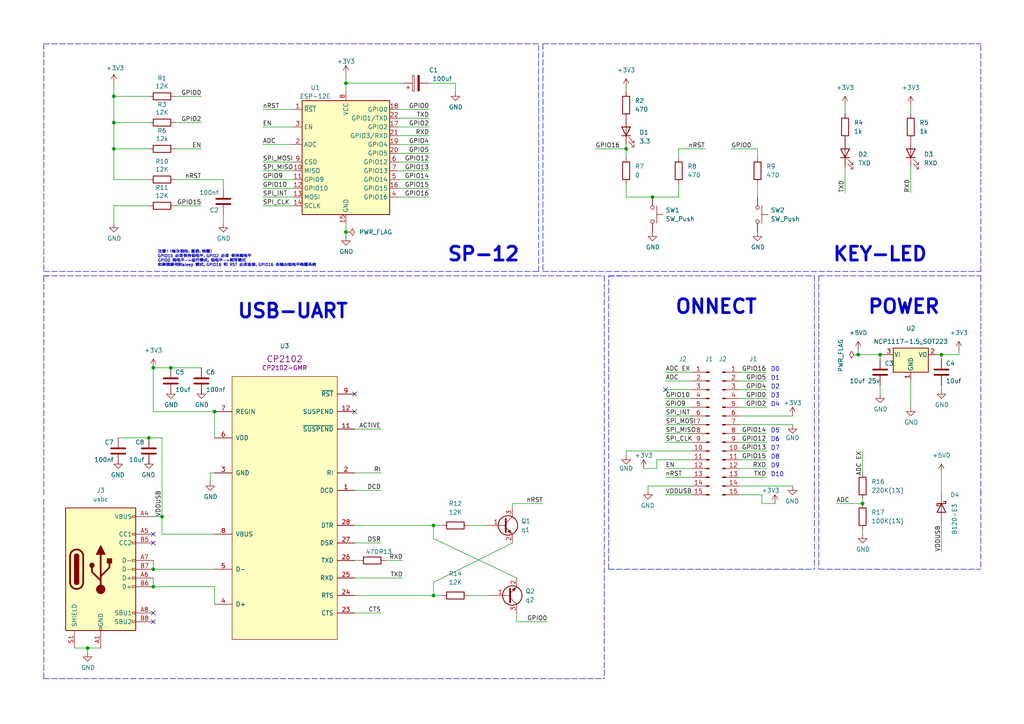
<source format=kicad_sch>
(kicad_sch (version 20211123) (generator eeschema)
  (paper "A4")
  (lib_symbols
    (symbol "Connector:Conn_01x15_Male" (pin_names (offset 1.016) hide)
      (property "Reference" "J" (at 0 20.32 0))
      (property "Value" "Conn_01x15_Male" (at 0 -20.32 0))
      (symbol "Conn_01x15_Male_1_1"
        (polyline (pts (xy 1.27 -17.78) (xy 0.8636 -17.78)) (stroke (width 0.1524)))
        (polyline (pts (xy 1.27 -15.24) (xy 0.8636 -15.24)) (stroke (width 0.1524)))
        (polyline (pts (xy 1.27 -12.7) (xy 0.8636 -12.7)) (stroke (width 0.1524)))
        (polyline (pts (xy 1.27 -10.16) (xy 0.8636 -10.16)) (stroke (width 0.1524)))
        (polyline (pts (xy 1.27 -7.62) (xy 0.8636 -7.62)) (stroke (width 0.1524)))
        (polyline (pts (xy 1.27 -5.08) (xy 0.8636 -5.08)) (stroke (width 0.1524)))
        (polyline (pts (xy 1.27 -2.54) (xy 0.8636 -2.54)) (stroke (width 0.1524)))
        (polyline (pts (xy 1.27 0) (xy 0.8636 0)) (stroke (width 0.1524)))
        (polyline (pts (xy 1.27 2.54) (xy 0.8636 2.54)) (stroke (width 0.1524)))
        (polyline (pts (xy 1.27 5.08) (xy 0.8636 5.08)) (stroke (width 0.1524)))
        (polyline (pts (xy 1.27 7.62) (xy 0.8636 7.62)) (stroke (width 0.1524)))
        (polyline (pts (xy 1.27 10.16) (xy 0.8636 10.16)) (stroke (width 0.1524)))
        (polyline (pts (xy 1.27 12.7) (xy 0.8636 12.7)) (stroke (width 0.1524)))
        (polyline (pts (xy 1.27 15.24) (xy 0.8636 15.24)) (stroke (width 0.1524)))
        (polyline (pts (xy 1.27 17.78) (xy 0.8636 17.78)) (stroke (width 0.1524)))
        (rectangle (start 0.8636 -17.653) (end 0 -17.907) (stroke (width 0.1524)) (fill (type outline)))
        (rectangle (start 0.8636 -15.113) (end 0 -15.367) (stroke (width 0.1524)) (fill (type outline)))
        (rectangle (start 0.8636 -12.573) (end 0 -12.827) (stroke (width 0.1524)) (fill (type outline)))
        (rectangle (start 0.8636 -10.033) (end 0 -10.287) (stroke (width 0.1524)) (fill (type outline)))
        (rectangle (start 0.8636 -7.493) (end 0 -7.747) (stroke (width 0.1524)) (fill (type outline)))
        (rectangle (start 0.8636 -4.953) (end 0 -5.207) (stroke (width 0.1524)) (fill (type outline)))
        (rectangle (start 0.8636 -2.413) (end 0 -2.667) (stroke (width 0.1524)) (fill (type outline)))
        (rectangle (start 0.8636 0.127) (end 0 -0.127) (stroke (width 0.1524)) (fill (type outline)))
        (rectangle (start 0.8636 2.667) (end 0 2.413) (stroke (width 0.1524)) (fill (type outline)))
        (rectangle (start 0.8636 5.207) (end 0 4.953) (stroke (width 0.1524)) (fill (type outline)))
        (rectangle (start 0.8636 7.747) (end 0 7.493) (stroke (width 0.1524)) (fill (type outline)))
        (rectangle (start 0.8636 10.287) (end 0 10.033) (stroke (width 0.1524)) (fill (type outline)))
        (rectangle (start 0.8636 12.827) (end 0 12.573) (stroke (width 0.1524)) (fill (type outline)))
        (rectangle (start 0.8636 15.367) (end 0 15.113) (stroke (width 0.1524)) (fill (type outline)))
        (rectangle (start 0.8636 17.907) (end 0 17.653) (stroke (width 0.1524)) (fill (type outline)))
        (pin passive line (at 5.08 17.78 180) (length 3.81) (name "Pin_1") (number "1"))
        (pin passive line (at 5.08 -5.08 180) (length 3.81) (name "Pin_10") (number "10"))
        (pin passive line (at 5.08 -7.62 180) (length 3.81) (name "Pin_11") (number "11"))
        (pin passive line (at 5.08 -10.16 180) (length 3.81) (name "Pin_12") (number "12"))
        (pin passive line (at 5.08 -12.7 180) (length 3.81) (name "Pin_13") (number "13"))
        (pin passive line (at 5.08 -15.24 180) (length 3.81) (name "Pin_14") (number "14"))
        (pin passive line (at 5.08 -17.78 180) (length 3.81) (name "Pin_15") (number "15"))
        (pin passive line (at 5.08 15.24 180) (length 3.81) (name "Pin_2") (number "2"))
        (pin passive line (at 5.08 12.7 180) (length 3.81) (name "Pin_3") (number "3"))
        (pin passive line (at 5.08 10.16 180) (length 3.81) (name "Pin_4") (number "4"))
        (pin passive line (at 5.08 7.62 180) (length 3.81) (name "Pin_5") (number "5"))
        (pin passive line (at 5.08 5.08 180) (length 3.81) (name "Pin_6") (number "6"))
        (pin passive line (at 5.08 2.54 180) (length 3.81) (name "Pin_7") (number "7"))
        (pin passive line (at 5.08 0 180) (length 3.81) (name "Pin_8") (number "8"))
        (pin passive line (at 5.08 -2.54 180) (length 3.81) (name "Pin_9") (number "9"))
      )
    )
    (symbol "Connector:USB_C_Receptacle_USB2.0" (pin_names (offset 1.016))
      (property "Reference" "J" (at -10.16 19.05 0))
      (property "Value" "USB_C_Receptacle_USB2.0" (at 19.05 19.05 0))
      (symbol "USB_C_Receptacle_USB2.0_0_0"
        (rectangle (start -0.254 -17.78) (end 0.254 -16.764))
        (rectangle (start 10.16 -14.986) (end 9.144 -15.494))
        (rectangle (start 10.16 -12.446) (end 9.144 -12.954))
        (rectangle (start 10.16 -4.826) (end 9.144 -5.334))
        (rectangle (start 10.16 -2.286) (end 9.144 -2.794))
        (rectangle (start 10.16 0.254) (end 9.144 -0.254))
        (rectangle (start 10.16 2.794) (end 9.144 2.286))
        (rectangle (start 10.16 7.874) (end 9.144 7.366))
        (rectangle (start 10.16 10.414) (end 9.144 9.906))
        (rectangle (start 10.16 15.494) (end 9.144 14.986))
      )
      (symbol "USB_C_Receptacle_USB2.0_0_1"
        (rectangle (start -10.16 17.78) (end 10.16 -17.78) (stroke (width 0.254)) (fill (type background)))
        (arc (start -8.89 -3.81) (mid -6.985 -5.715) (end -5.08 -3.81) (stroke (width 0.508)))
        (arc (start -7.62 -3.81) (mid -6.985 -4.445) (end -6.35 -3.81) (stroke (width 0.254)))
        (arc (start -7.62 -3.81) (mid -6.985 -4.445) (end -6.35 -3.81) (stroke (width 0.254)) (fill (type outline)))
        (rectangle (start -7.62 -3.81) (end -6.35 3.81) (stroke (width 0.254)) (fill (type outline)))
        (arc (start -6.35 3.81) (mid -6.985 4.445) (end -7.62 3.81) (stroke (width 0.254)))
        (arc (start -6.35 3.81) (mid -6.985 4.445) (end -7.62 3.81) (stroke (width 0.254)) (fill (type outline)))
        (arc (start -5.08 3.81) (mid -6.985 5.715) (end -8.89 3.81) (stroke (width 0.508)))
        (circle (center -2.54 1.143) (radius 0.635) (stroke (width 0.254)) (fill (type outline)))
        (circle (center 0 -5.842) (radius 1.27) (fill (type outline)))
        (polyline (pts (xy -8.89 -3.81) (xy -8.89 3.81)) (stroke (width 0.508)))
        (polyline (pts (xy -5.08 3.81) (xy -5.08 -3.81)) (stroke (width 0.508)))
        (polyline (pts (xy 0 -5.842) (xy 0 4.318)) (stroke (width 0.508)))
        (polyline (pts (xy 0 -3.302) (xy -2.54 -0.762) (xy -2.54 0.508)) (stroke (width 0.508)))
        (polyline (pts (xy 0 -2.032) (xy 2.54 0.508) (xy 2.54 1.778)) (stroke (width 0.508)))
        (polyline (pts (xy -1.27 4.318) (xy 0 6.858) (xy 1.27 4.318) (xy -1.27 4.318)) (stroke (width 0.254)) (fill (type outline)))
        (rectangle (start 1.905 1.778) (end 3.175 3.048) (stroke (width 0.254)) (fill (type outline)))
      )
      (symbol "USB_C_Receptacle_USB2.0_1_1"
        (pin passive line (at 0 -22.86 90) (length 5.08) (name "GND") (number "A1"))
        (pin passive line (at 0 -22.86 90) (length 5.08) hide (name "GND") (number "A12"))
        (pin passive line (at 15.24 15.24 180) (length 5.08) (name "VBUS") (number "A4"))
        (pin bidirectional line (at 15.24 10.16 180) (length 5.08) (name "CC1") (number "A5"))
        (pin bidirectional line (at 15.24 -2.54 180) (length 5.08) (name "D+") (number "A6"))
        (pin bidirectional line (at 15.24 2.54 180) (length 5.08) (name "D-") (number "A7"))
        (pin bidirectional line (at 15.24 -12.7 180) (length 5.08) (name "SBU1") (number "A8"))
        (pin passive line (at 15.24 15.24 180) (length 5.08) hide (name "VBUS") (number "A9"))
        (pin passive line (at 0 -22.86 90) (length 5.08) hide (name "GND") (number "B1"))
        (pin passive line (at 0 -22.86 90) (length 5.08) hide (name "GND") (number "B12"))
        (pin passive line (at 15.24 15.24 180) (length 5.08) hide (name "VBUS") (number "B4"))
        (pin bidirectional line (at 15.24 7.62 180) (length 5.08) (name "CC2") (number "B5"))
        (pin bidirectional line (at 15.24 -5.08 180) (length 5.08) (name "D+") (number "B6"))
        (pin bidirectional line (at 15.24 0 180) (length 5.08) (name "D-") (number "B7"))
        (pin bidirectional line (at 15.24 -15.24 180) (length 5.08) (name "SBU2") (number "B8"))
        (pin passive line (at 15.24 15.24 180) (length 5.08) hide (name "VBUS") (number "B9"))
        (pin passive line (at -7.62 -22.86 90) (length 5.08) (name "SHIELD") (number "S1"))
      )
    )
    (symbol "Device:C" (pin_numbers hide) (pin_names (offset 0.254))
      (property "Reference" "C" (at 0.635 2.54 0))
      (property "Value" "C" (at 0.635 -2.54 0))
      (symbol "C_0_1"
        (polyline (pts (xy -2.032 -0.762) (xy 2.032 -0.762)) (stroke (width 0.508)))
        (polyline (pts (xy -2.032 0.762) (xy 2.032 0.762)) (stroke (width 0.508)))
      )
      (symbol "C_1_1"
        (pin passive line (at 0 3.81 270) (length 2.794) (name "~") (number "1"))
        (pin passive line (at 0 -3.81 90) (length 2.794) (name "~") (number "2"))
      )
    )
    (symbol "Device:C_Polarized" (pin_numbers hide) (pin_names (offset 0.254))
      (property "Reference" "C" (at 0.635 2.54 0))
      (property "Value" "C_Polarized" (at 0.635 -2.54 0))
      (symbol "C_Polarized_0_1"
        (rectangle (start -2.286 0.508) (end 2.286 1.016))
        (polyline (pts (xy -1.778 2.286) (xy -0.762 2.286)))
        (polyline (pts (xy -1.27 2.794) (xy -1.27 1.778)))
        (rectangle (start 2.286 -0.508) (end -2.286 -1.016) (fill (type outline)))
      )
      (symbol "C_Polarized_1_1"
        (pin passive line (at 0 3.81 270) (length 2.794) (name "~") (number "1"))
        (pin passive line (at 0 -3.81 90) (length 2.794) (name "~") (number "2"))
      )
    )
    (symbol "Device:LED" (pin_numbers hide) (pin_names (offset 1.016) hide)
      (property "Reference" "D" (at 0 2.54 0))
      (property "Value" "LED" (at 0 -2.54 0))
      (symbol "LED_0_1"
        (polyline (pts (xy -1.27 -1.27) (xy -1.27 1.27)) (stroke (width 0.254)))
        (polyline (pts (xy -1.27 0) (xy 1.27 0)))
        (polyline (pts (xy 1.27 -1.27) (xy 1.27 1.27) (xy -1.27 0) (xy 1.27 -1.27)) (stroke (width 0.254)))
        (polyline (pts (xy -3.048 -0.762) (xy -4.572 -2.286) (xy -3.81 -2.286) (xy -4.572 -2.286) (xy -4.572 -1.524)))
        (polyline (pts (xy -1.778 -0.762) (xy -3.302 -2.286) (xy -2.54 -2.286) (xy -3.302 -2.286) (xy -3.302 -1.524)))
      )
      (symbol "LED_1_1"
        (pin passive line (at -3.81 0 0) (length 2.54) (name "K") (number "1"))
        (pin passive line (at 3.81 0 180) (length 2.54) (name "A") (number "2"))
      )
    )
    (symbol "Device:Q_NPN_BEC" (pin_names (offset 0) hide)
      (property "Reference" "Q" (at 5.08 1.27 0))
      (property "Value" "Q_NPN_BEC" (at 5.08 -1.27 0))
      (symbol "Q_NPN_BEC_0_1"
        (polyline (pts (xy 0.635 0.635) (xy 2.54 2.54)))
        (polyline (pts (xy 0.635 -0.635) (xy 2.54 -2.54) (xy 2.54 -2.54)))
        (polyline (pts (xy 0.635 1.905) (xy 0.635 -1.905) (xy 0.635 -1.905)) (stroke (width 0.508)))
        (polyline (pts (xy 1.27 -1.778) (xy 1.778 -1.27) (xy 2.286 -2.286) (xy 1.27 -1.778) (xy 1.27 -1.778)) (fill (type outline)))
        (circle (center 1.27 0) (radius 2.8194) (stroke (width 0.254)))
      )
      (symbol "Q_NPN_BEC_1_1"
        (pin input line (at -5.08 0 0) (length 5.715) (name "B") (number "1"))
        (pin passive line (at 2.54 -5.08 90) (length 2.54) (name "E") (number "2"))
        (pin passive line (at 2.54 5.08 270) (length 2.54) (name "C") (number "3"))
      )
    )
    (symbol "Device:R" (pin_numbers hide) (pin_names (offset 0))
      (property "Reference" "R" (at 2.032 0 90))
      (property "Value" "R" (at 0 0 90))
      (symbol "R_0_1"
        (rectangle (start -1.016 -2.54) (end 1.016 2.54) (stroke (width 0.254)))
      )
      (symbol "R_1_1"
        (pin passive line (at 0 3.81 270) (length 1.27) (name "~") (number "1"))
        (pin passive line (at 0 -3.81 90) (length 1.27) (name "~") (number "2"))
      )
    )
    (symbol "Diode:B120-E3" (pin_numbers hide) (pin_names hide)
      (property "Reference" "D" (at 0 2.54 0))
      (property "Value" "B120-E3" (at 0 -2.54 0))
      (symbol "B120-E3_0_1"
        (polyline (pts (xy 1.27 0) (xy -1.27 0)))
        (polyline (pts (xy 1.27 1.27) (xy 1.27 -1.27) (xy -1.27 0) (xy 1.27 1.27)) (stroke (width 0.254)))
        (polyline (pts (xy -1.905 0.635) (xy -1.905 1.27) (xy -1.27 1.27) (xy -1.27 -1.27) (xy -0.635 -1.27) (xy -0.635 -0.635)) (stroke (width 0.254)))
      )
      (symbol "B120-E3_1_1"
        (pin passive line (at -3.81 0 0) (length 2.54) (name "K") (number "1"))
        (pin passive line (at 3.81 0 180) (length 2.54) (name "A") (number "2"))
      )
    )
    (symbol "RF_Module:ESP-12E"
      (property "Reference" "U" (at -12.7 19.05 0))
      (property "Value" "ESP-12E" (at 12.7 19.05 0))
      (symbol "ESP-12E_0_1"
        (rectangle (start -12.7 17.78) (end 12.7 -15.24) (stroke (width 0.254)) (fill (type background)))
      )
      (symbol "ESP-12E_1_1"
        (pin input line (at -15.24 15.24 0) (length 2.54) (name "~{RST}") (number "1"))
        (pin bidirectional line (at -15.24 -2.54 0) (length 2.54) (name "MISO") (number "10"))
        (pin bidirectional line (at -15.24 -5.08 0) (length 2.54) (name "GPIO9") (number "11"))
        (pin bidirectional line (at -15.24 -7.62 0) (length 2.54) (name "GPIO10") (number "12"))
        (pin bidirectional line (at -15.24 -10.16 0) (length 2.54) (name "MOSI") (number "13"))
        (pin bidirectional line (at -15.24 -12.7 0) (length 2.54) (name "SCLK") (number "14"))
        (pin power_in line (at 0 -17.78 90) (length 2.54) (name "GND") (number "15"))
        (pin bidirectional line (at 15.24 -7.62 180) (length 2.54) (name "GPIO15") (number "16"))
        (pin bidirectional line (at 15.24 10.16 180) (length 2.54) (name "GPIO2") (number "17"))
        (pin bidirectional line (at 15.24 15.24 180) (length 2.54) (name "GPIO0") (number "18"))
        (pin bidirectional line (at 15.24 5.08 180) (length 2.54) (name "GPIO4") (number "19"))
        (pin input line (at -15.24 5.08 0) (length 2.54) (name "ADC") (number "2"))
        (pin bidirectional line (at 15.24 2.54 180) (length 2.54) (name "GPIO5") (number "20"))
        (pin bidirectional line (at 15.24 7.62 180) (length 2.54) (name "GPIO3/RXD") (number "21"))
        (pin bidirectional line (at 15.24 12.7 180) (length 2.54) (name "GPIO1/TXD") (number "22"))
        (pin input line (at -15.24 10.16 0) (length 2.54) (name "EN") (number "3"))
        (pin bidirectional line (at 15.24 -10.16 180) (length 2.54) (name "GPIO16") (number "4"))
        (pin bidirectional line (at 15.24 -5.08 180) (length 2.54) (name "GPIO14") (number "5"))
        (pin bidirectional line (at 15.24 0 180) (length 2.54) (name "GPIO12") (number "6"))
        (pin bidirectional line (at 15.24 -2.54 180) (length 2.54) (name "GPIO13") (number "7"))
        (pin power_in line (at 0 20.32 270) (length 2.54) (name "VCC") (number "8"))
        (pin input line (at -15.24 0 0) (length 2.54) (name "CS0") (number "9"))
      )
    )
    (symbol "Regulator_Linear:NCP1117-1.5_SOT223" (pin_names (offset 0.254))
      (property "Reference" "U" (at -3.81 3.175 0))
      (property "Value" "NCP1117-1.5_SOT223" (at 0 3.175 0))
      (symbol "NCP1117-1.5_SOT223_0_1"
        (rectangle (start -5.08 -5.08) (end 5.08 1.905) (stroke (width 0.254)) (fill (type background)))
      )
      (symbol "NCP1117-1.5_SOT223_1_1"
        (pin power_in line (at 0 -7.62 90) (length 2.54) (name "GND") (number "1"))
        (pin power_out line (at 7.62 0 180) (length 2.54) (name "VO") (number "2"))
        (pin power_in line (at -7.62 0 0) (length 2.54) (name "VI") (number "3"))
      )
    )
    (symbol "Switch:SW_Push" (pin_numbers hide) (pin_names (offset 1.016) hide)
      (property "Reference" "SW" (at 1.27 2.54 0))
      (property "Value" "SW_Push" (at 0 -1.524 0))
      (symbol "SW_Push_0_1"
        (circle (center -2.032 0) (radius 0.508))
        (polyline (pts (xy 0 1.27) (xy 0 3.048)))
        (polyline (pts (xy 2.54 1.27) (xy -2.54 1.27)))
        (circle (center 2.032 0) (radius 0.508))
        (pin passive line (at -5.08 0 0) (length 2.54) (name "1") (number "1"))
        (pin passive line (at 5.08 0 180) (length 2.54) (name "2") (number "2"))
      )
    )
    (symbol "lc_IC:CP2102-GMR_[C6568]" (pin_names (offset 1.016))
      (property "Reference" "U" (at -5.08 34.29 0))
      (property "user" "CP2102" (at 10.16 -5.08 0))
      (property "Comment" "CP2102-GMR" (at -1.27 34.29 0))
      (symbol "CP2102-GMR_[C6568]_1_1"
        (rectangle (start 0 -43.18) (end 30.48 33.02) (fill (type background)))
        (pin passive line (at 35.56 0 180) (length 5.08) (name "DCD") (number "1"))
        (pin passive line (at 35.56 17.78 180) (length 5.08) (name "~{SUSPEND}") (number "11"))
        (pin passive line (at 35.56 22.86 180) (length 5.08) (name "SUSPEND") (number "12"))
        (pin passive line (at 35.56 5.08 180) (length 5.08) (name "RI") (number "2"))
        (pin passive line (at 35.56 -35.56 180) (length 5.08) (name "CTS") (number "23"))
        (pin passive line (at 35.56 -30.48 180) (length 5.08) (name "RTS") (number "24"))
        (pin passive line (at 35.56 -25.4 180) (length 5.08) (name "RXD") (number "25"))
        (pin passive line (at 35.56 -20.32 180) (length 5.08) (name "TXD") (number "26"))
        (pin passive line (at 35.56 -15.24 180) (length 5.08) (name "DSR") (number "27"))
        (pin passive line (at 35.56 -10.16 180) (length 5.08) (name "DTR") (number "28"))
        (pin passive line (at -5.08 5.08 0) (length 5.08) (name "GND") (number "3"))
        (pin passive line (at -5.08 -33.02 0) (length 5.08) (name "D+") (number "4"))
        (pin passive line (at -5.08 -22.86 0) (length 5.08) (name "D-") (number "5"))
        (pin passive line (at -5.08 15.24 0) (length 5.08) (name "VDD") (number "6"))
        (pin passive line (at -5.08 22.86 0) (length 5.08) (name "REGIN") (number "7"))
        (pin passive line (at -5.08 -12.7 0) (length 5.08) (name "VBUS") (number "8"))
        (pin passive line (at 35.56 27.94 180) (length 5.08) (name "~{RST}") (number "9"))
      )
    )
    (symbol "power:+3V3" (power) (pin_names (offset 0))
      (property "Value" "+3V3" (at 0 3.556 0))
      (symbol "+3V3_0_1"
        (polyline (pts (xy -0.762 1.27) (xy 0 2.54)))
        (polyline (pts (xy 0 0) (xy 0 2.54)))
        (polyline (pts (xy 0 2.54) (xy 0.762 1.27)))
      )
      (symbol "+3V3_1_1"
        (pin power_in line (at 0 0 90) (length 0) hide (name "+3V3") (number "1"))
      )
    )
    (symbol "power:+5VD" (power) (pin_names (offset 0))
      (property "Value" "+5VD" (at 0 3.556 0))
      (symbol "+5VD_0_1"
        (polyline (pts (xy -0.762 1.27) (xy 0 2.54)))
        (polyline (pts (xy 0 0) (xy 0 2.54)))
        (polyline (pts (xy 0 2.54) (xy 0.762 1.27)))
      )
      (symbol "+5VD_1_1"
        (pin power_in line (at 0 0 90) (length 0) hide (name "+5VD") (number "1"))
      )
    )
    (symbol "power:GND" (power) (pin_names (offset 0))
      (property "Value" "GND" (at 0 -3.81 0))
      (symbol "GND_0_1"
        (polyline (pts (xy 0 0) (xy 0 -1.27) (xy 1.27 -1.27) (xy 0 -2.54) (xy -1.27 -1.27) (xy 0 -1.27)))
      )
      (symbol "GND_1_1"
        (pin power_in line (at 0 0 270) (length 0) hide (name "GND") (number "1"))
      )
    )
    (symbol "power:PWR_FLAG" (power) (pin_numbers hide) (pin_names (offset 0) hide)
      (property "Value" "PWR_FLAG" (at 0 3.81 0))
      (symbol "PWR_FLAG_0_0"
        (pin power_out line (at 0 0 90) (length 0) (name "pwr") (number "1"))
      )
      (symbol "PWR_FLAG_0_1"
        (polyline (pts (xy 0 0) (xy 0 1.27) (xy -1.016 1.905) (xy 0 2.54) (xy 1.016 1.905) (xy 0 1.27)))
      )
    )
  )
  (junction (at 273.05 102.87))
  (junction (at 100.33 24.13))
  (junction (at 125.73 172.72))
  (junction (at 125.73 152.4))
  (junction (at 46.99 149.86))
  (junction (at 43.18 127))
  (junction (at 255.27 102.87))
  (junction (at 33.02 27.94))
  (junction (at 44.45 106.68))
  (junction (at 44.45 165.1))
  (junction (at 33.02 43.18))
  (junction (at 189.23 57.15))
  (junction (at 181.61 43.18))
  (junction (at 49.53 106.68))
  (junction (at 25.4 187.96))
  (junction (at 250.19 146.05))
  (junction (at 33.02 35.56))
  (junction (at 100.33 67.31))
  (junction (at 248.92 102.87))
  (junction (at 62.23 119.38))
  (junction (at 44.45 170.18))
  (no_connect (at 44.45 180.34))
  (no_connect (at 102.87 114.3))
  (no_connect (at 44.45 157.48))
  (no_connect (at 44.45 177.8))
  (no_connect (at 44.45 154.94))
  (no_connect (at 102.87 119.38))
  (no_connect (at 193.04 113.03))
  (wire (pts (xy 76.2 57.15) (xy 85.09 57.15)))
  (wire (pts (xy 196.85 57.15) (xy 189.23 57.15)))
  (wire (pts (xy 46.99 127) (xy 46.99 149.86)))
  (polyline (pts (xy 176.53 80.01) (xy 236.22 80.01)))
  (wire (pts (xy 102.87 167.64) (xy 116.84 167.64)))
  (wire (pts (xy 46.99 149.86) (xy 46.99 154.94)))
  (wire (pts (xy 245.11 30.48) (xy 245.11 33.02)))
  (wire (pts (xy 115.57 41.91) (xy 124.46 41.91)))
  (wire (pts (xy 181.61 25.4) (xy 181.61 26.67)))
  (wire (pts (xy 85.09 36.83) (xy 76.2 36.83)))
  (wire (pts (xy 193.04 120.65) (xy 200.66 120.65)))
  (wire (pts (xy 102.87 157.48) (xy 110.49 157.48)))
  (wire (pts (xy 33.02 43.18) (xy 43.18 43.18)))
  (wire (pts (xy 102.87 172.72) (xy 125.73 172.72)))
  (wire (pts (xy 100.33 21.59) (xy 100.33 24.13)))
  (wire (pts (xy 76.2 49.53) (xy 85.09 49.53)))
  (wire (pts (xy 115.57 49.53) (xy 124.46 49.53)))
  (polyline (pts (xy 284.48 80.01) (xy 284.48 143.51)))
  (wire (pts (xy 193.04 113.03) (xy 200.66 113.03)))
  (wire (pts (xy 222.25 138.43) (xy 214.63 138.43)))
  (wire (pts (xy 200.66 133.35) (xy 190.5 133.35)))
  (wire (pts (xy 273.05 111.76) (xy 273.05 113.03)))
  (wire (pts (xy 248.92 101.6) (xy 248.92 102.87)))
  (wire (pts (xy 33.02 27.94) (xy 33.02 35.56)))
  (wire (pts (xy 190.5 135.89) (xy 186.69 135.89)))
  (wire (pts (xy 102.87 177.8) (xy 110.49 177.8)))
  (wire (pts (xy 115.57 57.15) (xy 124.46 57.15)))
  (wire (pts (xy 214.63 140.97) (xy 229.87 140.97)))
  (wire (pts (xy 115.57 46.99) (xy 124.46 46.99)))
  (wire (pts (xy 220.98 146.05) (xy 224.79 146.05)))
  (polyline (pts (xy 157.48 12.7) (xy 157.48 78.74)))
  (wire (pts (xy 25.4 189.23) (xy 25.4 187.96)))
  (wire (pts (xy 196.85 45.72) (xy 196.85 43.18)))
  (wire (pts (xy 193.04 110.49) (xy 200.66 110.49)))
  (wire (pts (xy 44.45 106.68) (xy 44.45 119.38)))
  (wire (pts (xy 181.61 53.34) (xy 181.61 57.15)))
  (polyline (pts (xy 237.49 80.01) (xy 237.49 165.1)))
  (wire (pts (xy 115.57 39.37) (xy 124.46 39.37)))
  (wire (pts (xy 44.45 165.1) (xy 62.23 165.1)))
  (wire (pts (xy 50.8 59.69) (xy 58.42 59.69)))
  (wire (pts (xy 273.05 151.13) (xy 273.05 160.02)))
  (wire (pts (xy 102.87 142.24) (xy 110.49 142.24)))
  (wire (pts (xy 222.25 133.35) (xy 214.63 133.35)))
  (wire (pts (xy 132.08 24.13) (xy 132.08 26.67)))
  (wire (pts (xy 115.57 34.29) (xy 124.46 34.29)))
  (wire (pts (xy 21.59 187.96) (xy 25.4 187.96)))
  (wire (pts (xy 212.09 43.18) (xy 219.71 43.18)))
  (wire (pts (xy 102.87 137.16) (xy 110.49 137.16)))
  (wire (pts (xy 125.73 168.91) (xy 148.59 157.48)))
  (wire (pts (xy 214.63 118.11) (xy 222.25 118.11)))
  (wire (pts (xy 33.02 27.94) (xy 43.18 27.94)))
  (wire (pts (xy 46.99 154.94) (xy 62.23 154.94)))
  (wire (pts (xy 190.5 133.35) (xy 190.5 135.89)))
  (wire (pts (xy 115.57 31.75) (xy 124.46 31.75)))
  (wire (pts (xy 248.92 102.87) (xy 255.27 102.87)))
  (polyline (pts (xy 175.26 80.01) (xy 175.26 196.85)))
  (wire (pts (xy 115.57 36.83) (xy 124.46 36.83)))
  (wire (pts (xy 33.02 35.56) (xy 33.02 43.18)))
  (wire (pts (xy 278.13 102.87) (xy 278.13 101.6)))
  (wire (pts (xy 33.02 24.13) (xy 33.02 27.94)))
  (wire (pts (xy 44.45 170.18) (xy 62.23 170.18)))
  (wire (pts (xy 214.63 120.65) (xy 229.87 120.65)))
  (wire (pts (xy 102.87 124.46) (xy 110.49 124.46)))
  (wire (pts (xy 242.57 146.05) (xy 250.19 146.05)))
  (wire (pts (xy 33.02 52.07) (xy 43.18 52.07)))
  (wire (pts (xy 85.09 41.91) (xy 76.2 41.91)))
  (wire (pts (xy 214.63 128.27) (xy 222.25 128.27)))
  (wire (pts (xy 100.33 24.13) (xy 100.33 26.67)))
  (polyline (pts (xy 237.49 80.01) (xy 284.48 80.01)))
  (wire (pts (xy 193.04 107.95) (xy 200.66 107.95)))
  (wire (pts (xy 115.57 52.07) (xy 124.46 52.07)))
  (wire (pts (xy 196.85 43.18) (xy 204.47 43.18)))
  (wire (pts (xy 115.57 54.61) (xy 124.46 54.61)))
  (wire (pts (xy 214.63 123.19) (xy 229.87 123.19)))
  (wire (pts (xy 255.27 102.87) (xy 256.54 102.87)))
  (wire (pts (xy 125.73 152.4) (xy 128.27 152.4)))
  (wire (pts (xy 149.86 180.34) (xy 158.75 180.34)))
  (wire (pts (xy 33.02 59.69) (xy 33.02 64.77)))
  (wire (pts (xy 100.33 64.77) (xy 100.33 67.31)))
  (wire (pts (xy 64.77 62.23) (xy 64.77 64.77)))
  (wire (pts (xy 135.89 152.4) (xy 140.97 152.4)))
  (wire (pts (xy 181.61 130.81) (xy 200.66 130.81)))
  (polyline (pts (xy 12.7 12.7) (xy 12.7 78.74)))
  (polyline (pts (xy 236.22 80.01) (xy 236.22 165.1)))
  (wire (pts (xy 264.16 30.48) (xy 264.16 33.02)))
  (wire (pts (xy 60.96 137.16) (xy 60.96 139.7)))
  (polyline (pts (xy 157.48 78.74) (xy 284.48 78.74)))
  (wire (pts (xy 193.04 138.43) (xy 200.66 138.43)))
  (wire (pts (xy 181.61 41.91) (xy 181.61 43.18)))
  (polyline (pts (xy 12.7 78.74) (xy 156.21 78.74)))
  (wire (pts (xy 49.53 113.03) (xy 49.53 114.3)))
  (wire (pts (xy 33.02 43.18) (xy 33.02 52.07)))
  (wire (pts (xy 125.73 156.21) (xy 125.73 152.4)))
  (wire (pts (xy 181.61 130.81) (xy 181.61 132.08)))
  (wire (pts (xy 50.8 35.56) (xy 58.42 35.56)))
  (wire (pts (xy 193.04 135.89) (xy 200.66 135.89)))
  (polyline (pts (xy 176.53 165.1) (xy 176.53 80.01)))
  (polyline (pts (xy 12.7 80.01) (xy 175.26 80.01)))
  (wire (pts (xy 273.05 104.14) (xy 273.05 102.87)))
  (wire (pts (xy 273.05 102.87) (xy 278.13 102.87)))
  (wire (pts (xy 273.05 137.16) (xy 273.05 143.51)))
  (wire (pts (xy 196.85 53.34) (xy 196.85 57.15)))
  (wire (pts (xy 44.45 119.38) (xy 62.23 119.38)))
  (wire (pts (xy 76.2 59.69) (xy 85.09 59.69)))
  (wire (pts (xy 64.77 52.07) (xy 64.77 54.61)))
  (wire (pts (xy 44.45 167.64) (xy 44.45 170.18)))
  (wire (pts (xy 193.04 128.27) (xy 200.66 128.27)))
  (polyline (pts (xy 12.7 144.78) (xy 12.7 196.85)))
  (wire (pts (xy 250.19 153.67) (xy 250.19 154.94)))
  (wire (pts (xy 193.04 123.19) (xy 200.66 123.19)))
  (wire (pts (xy 33.02 35.56) (xy 43.18 35.56)))
  (polyline (pts (xy 156.21 78.74) (xy 156.21 12.7)))
  (wire (pts (xy 76.2 46.99) (xy 85.09 46.99)))
  (wire (pts (xy 100.33 24.13) (xy 116.84 24.13)))
  (wire (pts (xy 187.96 140.97) (xy 200.66 140.97)))
  (wire (pts (xy 264.16 110.49) (xy 264.16 118.11)))
  (wire (pts (xy 44.45 162.56) (xy 44.45 165.1)))
  (polyline (pts (xy 176.53 165.1) (xy 236.22 165.1)))
  (wire (pts (xy 255.27 111.76) (xy 255.27 114.3)))
  (wire (pts (xy 148.59 147.32) (xy 148.59 146.05)))
  (wire (pts (xy 43.18 127) (xy 34.29 127)))
  (wire (pts (xy 125.73 156.21) (xy 149.86 167.64)))
  (wire (pts (xy 125.73 172.72) (xy 128.27 172.72)))
  (wire (pts (xy 214.63 125.73) (xy 222.25 125.73)))
  (wire (pts (xy 44.45 149.86) (xy 46.99 149.86)))
  (wire (pts (xy 49.53 106.68) (xy 58.42 106.68)))
  (wire (pts (xy 33.02 59.69) (xy 43.18 59.69)))
  (wire (pts (xy 43.18 127) (xy 46.99 127)))
  (wire (pts (xy 102.87 152.4) (xy 125.73 152.4)))
  (wire (pts (xy 44.45 106.68) (xy 49.53 106.68)))
  (wire (pts (xy 100.33 67.31) (xy 100.33 68.58)))
  (wire (pts (xy 76.2 52.07) (xy 85.09 52.07)))
  (wire (pts (xy 125.73 168.91) (xy 125.73 172.72)))
  (wire (pts (xy 124.46 24.13) (xy 132.08 24.13)))
  (wire (pts (xy 62.23 170.18) (xy 62.23 175.26)))
  (wire (pts (xy 220.98 143.51) (xy 220.98 146.05)))
  (wire (pts (xy 193.04 125.73) (xy 200.66 125.73)))
  (wire (pts (xy 193.04 143.51) (xy 200.66 143.51)))
  (wire (pts (xy 214.63 143.51) (xy 220.98 143.51)))
  (polyline (pts (xy 284.48 142.24) (xy 284.48 165.1)))
  (wire (pts (xy 219.71 57.15) (xy 219.71 53.34)))
  (polyline (pts (xy 157.48 12.7) (xy 284.48 12.7)))
  (wire (pts (xy 111.76 162.56) (xy 116.84 162.56)))
  (wire (pts (xy 250.19 130.81) (xy 250.19 137.16)))
  (polyline (pts (xy 12.7 80.01) (xy 13.97 80.01)))
  (wire (pts (xy 271.78 102.87) (xy 273.05 102.87)))
  (wire (pts (xy 214.63 113.03) (xy 222.25 113.03)))
  (wire (pts (xy 219.71 45.72) (xy 219.71 43.18)))
  (wire (pts (xy 135.89 172.72) (xy 142.24 172.72)))
  (wire (pts (xy 193.04 115.57) (xy 200.66 115.57)))
  (polyline (pts (xy 12.7 196.85) (xy 175.26 196.85)))
  (polyline (pts (xy 176.53 80.01) (xy 181.61 80.01)))
  (wire (pts (xy 76.2 54.61) (xy 85.09 54.61)))
  (wire (pts (xy 193.04 118.11) (xy 200.66 118.11)))
  (wire (pts (xy 50.8 52.07) (xy 64.77 52.07)))
  (wire (pts (xy 264.16 48.26) (xy 264.16 55.88)))
  (wire (pts (xy 245.11 48.26) (xy 245.11 55.88)))
  (wire (pts (xy 43.18 133.35) (xy 43.18 134.62)))
  (wire (pts (xy 104.14 162.56) (xy 102.87 162.56)))
  (wire (pts (xy 149.86 177.8) (xy 149.86 180.34)))
  (wire (pts (xy 255.27 102.87) (xy 255.27 104.14)))
  (wire (pts (xy 250.19 144.78) (xy 250.19 146.05)))
  (wire (pts (xy 172.72 43.18) (xy 181.61 43.18)))
  (wire (pts (xy 187.96 140.97) (xy 187.96 142.24)))
  (polyline (pts (xy 12.7 143.51) (xy 12.7 80.01)))
  (wire (pts (xy 214.63 130.81) (xy 222.25 130.81)))
  (wire (pts (xy 25.4 187.96) (xy 29.21 187.96)))
  (wire (pts (xy 115.57 44.45) (xy 124.46 44.45)))
  (wire (pts (xy 181.61 43.18) (xy 181.61 45.72)))
  (wire (pts (xy 50.8 27.94) (xy 58.42 27.94)))
  (wire (pts (xy 214.63 115.57) (xy 222.25 115.57)))
  (wire (pts (xy 34.29 133.35) (xy 34.29 134.62)))
  (wire (pts (xy 214.63 107.95) (xy 222.25 107.95)))
  (wire (pts (xy 60.96 137.16) (xy 62.23 137.16)))
  (polyline (pts (xy 237.49 165.1) (xy 284.48 165.1)))
  (polyline (pts (xy 284.48 78.74) (xy 284.48 12.7)))
  (wire (pts (xy 148.59 146.05) (xy 157.48 146.05)))
  (wire (pts (xy 58.42 113.03) (xy 58.42 114.3)))
  (wire (pts (xy 222.25 135.89) (xy 214.63 135.89)))
  (polyline (pts (xy 12.7 12.7) (xy 156.21 12.7)))
  (wire (pts (xy 181.61 57.15) (xy 189.23 57.15)))
  (wire (pts (xy 50.8 43.18) (xy 58.42 43.18)))
  (wire (pts (xy 85.09 31.75) (xy 76.2 31.75)))
  (wire (pts (xy 214.63 110.49) (xy 222.25 110.49)))
  (wire (pts (xy 62.23 119.38) (xy 62.23 127)))
  (text "USB-UART\n" (at 68.58 92.71 0) (effects (font (size 4 4) (thickness 0.8) bold) (justify left bottom)))
  (text "D9\n" (at 223.52 135.89 0) (effects (font (size 1.27 1.27)) (justify left bottom)))
  (text "D6\n" (at 223.52 128.27 0) (effects (font (size 1.27 1.27)) (justify left bottom)))
  (text "KEY-LED" (at 241.3 76.2 0) (effects (font (size 4 4) (thickness 0.8) bold) (justify left bottom)))
  (text "ONNECT" (at 195.58 91.44 0) (effects (font (size 4 4) (thickness 0.8) bold) (justify left bottom)))
  (text "D7\n" (at 223.52 130.81 0) (effects (font (size 1.27 1.27)) (justify left bottom)))
  (text "D4" (at 223.52 118.11 0) (effects (font (size 1.27 1.27)) (justify left bottom)))
  (text "注意：（每次启动、重启、唤醒）\nGPIO15 必须保持低电平，GPIO2 必须 保持高电平\nGPIO0 高电平->运行模式，低电平->刷写模式\n如果需要用到sleep 模式，GPIO16 和 RST 必须连接，GPIO16 会输出低电平唤醒系统\n" (at 45.72 77.47 0) (effects (font (size 0.8 0.8)) (justify left bottom)))
  (text "D5" (at 223.52 125.73 0) (effects (font (size 1.27 1.27)) (justify left bottom)))
  (text "SP-12\n" (at 129.54 76.2 0) (effects (font (size 4 4) (thickness 0.8) bold) (justify left bottom)))
  (text "D8" (at 223.52 133.35 0) (effects (font (size 1.27 1.27)) (justify left bottom)))
  (text "D1\n" (at 223.52 110.49 0) (effects (font (size 1.27 1.27)) (justify left bottom)))
  (text "D2" (at 223.52 113.03 0) (effects (font (size 1.27 1.27)) (justify left bottom)))
  (text "D0\n" (at 223.52 107.95 0) (effects (font (size 1.27 1.27)) (justify left bottom)))
  (text "D3" (at 223.52 115.57 0) (effects (font (size 1.27 1.27)) (justify left bottom)))
  (text "POWER" (at 251.46 91.44 0) (effects (font (size 4 4) (thickness 0.8) bold) (justify left bottom)))
  (text "D10" (at 223.52 138.43 0) (effects (font (size 1.27 1.27)) (justify left bottom)))
  (label "VDDUSB" (at 46.99 149.86 90))
  (label "RXD" (at 116.84 162.56 180))
  (label "GPIO0" (at 212.09 43.18 0))
  (label "GPIO16" (at 124.46 57.15 180))
  (label "GPIO4" (at 124.46 41.91 180))
  (label "GPIO10" (at 76.2 54.61 0))
  (label "SPI_MISO" (at 193.04 125.73 0))
  (label "GPIO13" (at 124.46 49.53 180))
  (label "RXD" (at 124.46 39.37 180))
  (label "ADC EX" (at 193.04 107.95 0))
  (label "GPIO2" (at 58.42 35.56 180))
  (label "TXD" (at 124.46 34.29 180))
  (label "GPIO10" (at 193.04 115.57 0))
  (label "GPIO12" (at 222.25 128.27 180))
  (label "SPI_INT" (at 76.2 57.15 0))
  (label "GPIO16" (at 172.72 43.18 0))
  (label "SPI_CLK" (at 76.2 59.69 0))
  (label "nRST" (at 193.04 138.43 0))
  (label "SPI_CLK" (at 193.04 128.27 0))
  (label "GPIO9" (at 76.2 52.07 0))
  (label "GPIO15" (at 124.46 54.61 180))
  (label "ADC EX" (at 250.19 130.81 270))
  (label "EN" (at 58.42 43.18 180))
  (label "DSR" (at 110.49 157.48 180))
  (label "DCD" (at 110.49 142.24 180))
  (label "TXD" (at 116.84 167.64 180))
  (label "nRST" (at 157.48 146.05 180))
  (label "TXD" (at 222.25 138.43 180))
  (label "GPIO12" (at 124.46 46.99 180))
  (label "GPIO4" (at 222.25 113.03 180))
  (label "GPIO5" (at 222.25 110.49 180))
  (label "CTS" (at 110.49 177.8 180))
  (label "ADC" (at 242.57 146.05 0))
  (label "GPIO16" (at 222.25 107.95 180))
  (label "GPIO0" (at 58.42 27.94 180))
  (label "EN" (at 76.2 36.83 0))
  (label "VDDUSB" (at 193.04 143.51 0))
  (label "GPIO14" (at 222.25 125.73 180))
  (label "EN" (at 193.04 135.89 0))
  (label "nRST" (at 58.42 52.07 180))
  (label "RXD" (at 264.16 55.88 90))
  (label "SPI_MOSI" (at 193.04 123.19 0))
  (label "SPI_MISO" (at 76.2 49.53 0))
  (label "SPI_INT" (at 193.04 120.65 0))
  (label "nRST" (at 204.47 43.18 180))
  (label "RI" (at 110.49 137.16 180))
  (label "GPIO0" (at 222.25 115.57 180))
  (label "GPIO9" (at 193.04 118.11 0))
  (label "RXD" (at 222.25 135.89 180))
  (label "GPIO0" (at 158.75 180.34 180))
  (label "ACTIVE" (at 110.49 124.46 180))
  (label "SPI_MOSI" (at 76.2 46.99 0))
  (label "GPIO13" (at 222.25 130.81 180))
  (label "ADC" (at 76.2 41.91 0))
  (label "ADC" (at 193.04 110.49 0))
  (label "TXD" (at 245.11 55.88 90))
  (label "GPIO2" (at 222.25 118.11 180))
  (label "nRST" (at 76.2 31.75 0))
  (label "GPIO2" (at 124.46 36.83 180))
  (label "VDDUSB" (at 273.05 160.02 90))
  (label "GPIO5" (at 124.46 44.45 180))
  (label "GPIO15" (at 222.25 133.35 180))
  (label "GPIO14" (at 124.46 52.07 180))
  (label "GPIO0" (at 124.46 31.75 180))
  (label "GPIO15" (at 58.42 59.69 180))
  (symbol (lib_id "power:+3V3") (at 229.87 120.65 0) (mirror y) (unit 1)
    (property "Reference" "#PWR020" (effects hide))
    (property "Value" "+3V3" (at 229.87 116.84 0))
  )
  (symbol (lib_id "power:GND") (at 219.71 67.31 0) (unit 1)
    (property "Reference" "#PWR010" (effects hide))
    (property "Value" "GND" (at 219.837 71.7042 0))
  )
  (symbol (lib_id "power:GND") (at 60.96 139.7 0) (unit 1)
    (property "Reference" "#PWR0107" (effects hide))
    (property "Value" "GND" (at 61.087 144.0942 0))
  )
  (symbol (lib_id "power:GND") (at 43.18 133.35 0) (mirror y) (unit 1)
    (property "Reference" "#PWR0102" (effects hide))
    (property "Value" "GND" (at 43.053 137.7442 0))
  )
  (symbol (lib_id "Device:LED") (at 264.16 44.45 90) (unit 1)
    (property "Reference" "D3" (at 267.97 44.7674 90) (effects (justify right)))
    (property "Value" "RXD" (at 267.97 47.3074 90) (effects (justify right)))
    (property "Footprint" "Capacitor_SMD:C_0603_1608Metric" (effects hide))
  )
  (symbol (lib_id "power:GND") (at 33.02 64.77 0) (unit 1)
    (property "Reference" "#PWR07" (effects hide))
    (property "Value" "GND" (at 33.147 69.1642 0))
  )
  (symbol (lib_id "Device:R") (at 46.99 43.18 270) (unit 1)
    (property "Reference" "R6" (at 46.99 37.9222 90))
    (property "Value" "12k" (at 46.99 40.2336 90))
    (property "Footprint" "Capacitor_SMD:C_0402_1005Metric" (effects hide))
  )
  (symbol (lib_id "Device:R") (at 196.85 49.53 0) (unit 1)
    (property "Reference" "R8" (at 199.39 48.2599 0) (effects (justify left)))
    (property "Value" "470" (at 199.39 50.7999 0) (effects (justify left)))
    (property "Footprint" "Capacitor_SMD:C_0402_1005Metric" (effects hide))
  )
  (symbol (lib_id "power:GND") (at 229.87 123.19 0) (mirror y) (unit 1)
    (property "Reference" "#PWR021" (effects hide))
    (property "Value" "GND" (at 229.87 127 0))
  )
  (symbol (lib_id "power:GND") (at 255.27 114.3 0) (unit 1)
    (property "Reference" "#PWR018" (effects hide))
    (property "Value" "GND" (at 255.397 118.6942 0))
  )
  (symbol (lib_id "power:+3V3") (at 224.79 146.05 0) (mirror y) (unit 1)
    (property "Reference" "#PWR027" (effects hide))
    (property "Value" "+3V3" (at 223.52 142.24 0))
  )
  (symbol (lib_id "Device:R") (at 46.99 52.07 270) (unit 1)
    (property "Reference" "R10" (at 46.99 46.8122 90))
    (property "Value" "12K" (at 46.99 49.1236 90))
    (property "Footprint" "Capacitor_SMD:C_0402_1005Metric" (effects hide))
  )
  (symbol (lib_id "Device:C") (at 49.53 110.49 0) (unit 1)
    (property "Reference" "C5" (at 50.8 107.95 0) (effects (justify left)))
    (property "Value" "10uf" (at 50.8 113.03 0) (effects (justify left)))
    (property "Footprint" "Capacitor_SMD:C_0402_1005Metric" (effects hide))
  )
  (symbol (lib_id "power:+3V3") (at 264.16 30.48 0) (unit 1)
    (property "Reference" "#PWR06" (effects hide))
    (property "Value" "+3V3" (at 264.16 25.4 0))
  )
  (symbol (lib_id "power:GND") (at 58.42 113.03 0) (unit 1)
    (property "Reference" "#PWR0105" (effects hide))
    (property "Value" "GND" (at 58.547 117.4242 0))
  )
  (symbol (lib_id "power:GND") (at 64.77 64.77 0) (unit 1)
    (property "Reference" "#PWR08" (effects hide))
    (property "Value" "GND" (at 64.897 69.1642 0))
  )
  (symbol (lib_id "Device:R") (at 132.08 172.72 270) (unit 1)
    (property "Reference" "R14" (at 132.08 166.37 90))
    (property "Value" "12K" (at 132.08 168.91 90))
    (property "Footprint" "Capacitor_SMD:C_0402_1005Metric" (effects hide))
  )
  (symbol (lib_id "power:GND") (at 273.05 113.03 0) (unit 1)
    (property "Reference" "#PWR017" (effects hide))
    (property "Value" "GND" (at 273.177 117.4242 0))
  )
  (symbol (lib_id "power:+3V3") (at 245.11 30.48 0) (unit 1)
    (property "Reference" "#PWR05" (effects hide))
    (property "Value" "+3V3" (at 245.11 25.4 0))
  )
  (symbol (lib_id "power:+5VD") (at 248.92 101.6 0) (unit 1)
    (property "Reference" "#PWR012" (effects hide))
    (property "Value" "+5VD" (at 248.92 96.52 0))
  )
  (symbol (lib_id "power:GND") (at 264.16 118.11 0) (unit 1)
    (property "Reference" "#PWR019" (effects hide))
    (property "Value" "GND" (at 264.287 122.5042 0))
  )
  (symbol (lib_id "power:GND") (at 189.23 67.31 0) (unit 1)
    (property "Reference" "#PWR09" (effects hide))
    (property "Value" "GND" (at 189.357 71.7042 0))
  )
  (symbol (lib_id "Device:R") (at 181.61 49.53 0) (unit 1)
    (property "Reference" "R7" (at 184.15 48.2599 0) (effects (justify left)))
    (property "Value" "0" (at 184.15 50.7999 0) (effects (justify left)))
    (property "Footprint" "Capacitor_SMD:C_0402_1005Metric" (effects hide))
  )
  (symbol (lib_id "Device:R") (at 132.08 152.4 270) (unit 1)
    (property "Reference" "R12" (at 132.08 146.05 90))
    (property "Value" "12K" (at 132.08 148.59 90))
    (property "Footprint" "Capacitor_SMD:C_0402_1005Metric" (effects hide))
  )
  (symbol (lib_id "Device:C") (at 43.18 130.81 0) (mirror y) (unit 1)
    (property "Reference" "C8" (at 41.91 128.27 0) (effects (justify left)))
    (property "Value" "10uf" (at 41.91 133.35 0) (effects (justify left)))
    (property "Footprint" "Capacitor_SMD:C_0402_1005Metric" (effects hide))
  )
  (symbol (lib_id "Device:R") (at 46.99 27.94 270) (unit 1)
    (property "Reference" "R1" (at 46.99 22.6822 90))
    (property "Value" "12K" (at 46.99 24.9936 90))
    (property "Footprint" "Capacitor_SMD:C_0402_1005Metric" (effects hide))
  )
  (symbol (lib_id "Switch:SW_Push") (at 219.71 62.23 270) (unit 1)
    (property "Reference" "SW2" (at 223.52 60.9599 90) (effects (justify left)))
    (property "Value" "SW_Push" (at 223.52 63.4999 90) (effects (justify left)))
    (property "Footprint" "myFootPrint:SMD,3x4x2mm" (effects hide))
  )
  (symbol (lib_id "Regulator_Linear:NCP1117-1.5_SOT223") (at 264.16 102.87 0) (unit 1)
    (property "Reference" "U2" (at 264.16 95.25 0))
    (property "Value" "NCP1117-1.5_SOT223" (at 264.16 99.06 0))
    (property "Footprint" "Package_TO_SOT_SMD:SOT-223" (effects hide))
    (property "Datasheet" "http://www.onsemi.com/pub_link/Collateral/NCP1117-D.PDF" (effects hide))
  )
  (symbol (lib_id "Device:C") (at 273.05 107.95 0) (unit 1)
    (property "Reference" "C4" (at 274.32 105.41 0) (effects (justify left)))
    (property "Value" "10uf" (at 274.32 110.49 0) (effects (justify left)))
    (property "Footprint" "Capacitor_SMD:C_0402_1005Metric" (effects hide))
  )
  (symbol (lib_id "Connector:Conn_01x15_Male") (at 209.55 125.73 0) (unit 1)
    (property "Reference" "J2" (at 210.82 104.14 0) (effects (justify right)))
    (property "Value" "J1" (at 219.71 104.14 0) (effects (justify right)))
    (property "Footprint" "Connector_PinHeader_2.54mm:PinHeader_1x15_P2.54mm_Vertical" (effects hide))
  )
  (symbol (lib_id "Device:LED") (at 245.11 44.45 90) (unit 1)
    (property "Reference" "D2" (at 248.92 44.7674 90) (effects (justify right)))
    (property "Value" "TXD" (at 248.92 47.3074 90) (effects (justify right)))
    (property "Footprint" "Capacitor_SMD:C_0603_1608Metric" (effects hide))
  )
  (symbol (lib_id "Device:C") (at 64.77 58.42 180) (unit 1)
    (property "Reference" "C2" (at 63.5 60.96 0) (effects (justify left)))
    (property "Value" "100nf" (at 63.5 55.88 0) (effects (justify left)))
    (property "Footprint" "Capacitor_SMD:C_0402_1005Metric" (effects hide))
  )
  (symbol (lib_id "power:GND") (at 250.19 154.94 0) (unit 1)
    (property "Reference" "#PWR028" (effects hide))
    (property "Value" "GND" (at 250.317 159.3342 0))
  )
  (symbol (lib_id "Device:C_Polarized") (at 120.65 24.13 90) (unit 1)
    (property "Reference" "C1" (at 125.73 20.32 90))
    (property "Value" "100uf" (at 128.27 22.86 90))
    (property "Footprint" "lc_lib:CASE-B_3528" (effects hide))
  )
  (symbol (lib_id "Device:R") (at 46.99 35.56 270) (unit 1)
    (property "Reference" "R3" (at 46.99 30.3022 90))
    (property "Value" "12K" (at 46.99 32.6136 90))
    (property "Footprint" "Capacitor_SMD:C_0402_1005Metric" (effects hide))
  )
  (symbol (lib_id "Device:C") (at 58.42 110.49 0) (unit 1)
    (property "Reference" "C6" (at 59.69 107.95 0) (effects (justify left)))
    (property "Value" "100nf" (at 59.69 113.03 0) (effects (justify left)))
    (property "Footprint" "Capacitor_SMD:C_0402_1005Metric" (effects hide))
  )
  (symbol (lib_id "Device:R") (at 250.19 140.97 180) (unit 1)
    (property "Reference" "R16" (at 252.73 139.6999 0) (effects (justify right)))
    (property "Value" "220K(1%)" (at 252.73 142.2399 0) (effects (justify right)))
    (property "Footprint" "Capacitor_SMD:C_0402_1005Metric" (effects hide))
  )
  (symbol (lib_id "power:+3V3") (at 186.69 135.89 0) (mirror y) (unit 1)
    (property "Reference" "#PWR023" (effects hide))
    (property "Value" "+3V3" (at 186.69 132.08 0))
  )
  (symbol (lib_id "Device:R") (at 250.19 149.86 0) (unit 1)
    (property "Reference" "R17" (at 252.73 148.5899 0) (effects (justify left)))
    (property "Value" "100K(1%)" (at 252.73 151.1299 0) (effects (justify left)))
    (property "Footprint" "Capacitor_SMD:C_0402_1005Metric" (effects hide))
  )
  (symbol (lib_id "power:+3V3") (at 278.13 101.6 0) (unit 1)
    (property "Reference" "#PWR013" (effects hide))
    (property "Value" "+3V3" (at 278.13 96.52 0))
  )
  (symbol (lib_id "Device:Q_NPN_BEC") (at 147.32 172.72 0) (mirror x) (unit 1)
    (property "Reference" "Q2" (at 152.4 171.4499 0) (effects (justify left)))
    (property "Value" "q2" (at 152.4 173.9899 0) (effects (justify left)))
    (property "Footprint" "Package_TO_SOT_SMD:SOT-23" (effects hide))
  )
  (symbol (lib_id "power:+3V3") (at 181.61 25.4 0) (unit 1)
    (property "Reference" "#PWR03" (effects hide))
    (property "Value" "+3V3" (at 181.61 20.32 0))
  )
  (symbol (lib_id "power:GND") (at 132.08 26.67 0) (unit 1)
    (property "Reference" "#PWR04" (effects hide))
    (property "Value" "GND" (at 132.207 31.0642 0))
  )
  (symbol (lib_id "Device:R") (at 264.16 36.83 0) (unit 1)
    (property "Reference" "R5" (at 266.7 35.5599 0) (effects (justify left)))
    (property "Value" "1k" (at 266.7 38.0999 0) (effects (justify left)))
    (property "Footprint" "Capacitor_SMD:C_0402_1005Metric" (effects hide))
  )
  (symbol (lib_id "power:GND") (at 187.96 142.24 0) (mirror y) (unit 1)
    (property "Reference" "#PWR026" (effects hide))
    (property "Value" "GND" (at 187.833 146.6342 0))
  )
  (symbol (lib_id "power:GND") (at 34.29 133.35 0) (mirror y) (unit 1)
    (property "Reference" "#PWR0103" (effects hide))
    (property "Value" "GND" (at 34.163 137.7442 0))
  )
  (symbol (lib_id "Device:R") (at 46.99 59.69 270) (unit 1)
    (property "Reference" "R11" (at 46.99 54.4322 90))
    (property "Value" "12K" (at 46.99 56.7436 90))
    (property "Footprint" "Capacitor_SMD:C_0402_1005Metric" (effects hide))
  )
  (symbol (lib_id "Diode:B120-E3") (at 273.05 147.32 270) (unit 1)
    (property "Reference" "D4" (at 275.59 143.51 90) (effects (justify left)))
    (property "Value" "B120-E3" (at 276.86 146.05 0) (effects (justify left)))
    (property "Footprint" "Diode_SMD:D_SOD-123" (effects hide))
    (property "Datasheet" "http://www.vishay.com/docs/88946/b120.pdf" (effects hide))
  )
  (symbol (lib_id "Device:C") (at 34.29 130.81 0) (mirror y) (unit 1)
    (property "Reference" "C7" (at 33.02 128.27 0) (effects (justify left)))
    (property "Value" "100nf" (at 33.02 133.35 0) (effects (justify left)))
    (property "Footprint" "Capacitor_SMD:C_0402_1005Metric" (effects hide))
  )
  (symbol (lib_id "power:PWR_FLAG") (at 100.33 67.31 270) (unit 1)
    (property "Reference" "#FLG01" (effects hide))
    (property "Value" "PWR_FLAG" (at 104.14 67.3099 90) (effects (justify left)))
  )
  (symbol (lib_id "Device:R") (at 219.71 49.53 0) (unit 1)
    (property "Reference" "R9" (at 222.25 48.2599 0) (effects (justify left)))
    (property "Value" "470" (at 222.25 50.7999 0) (effects (justify left)))
    (property "Footprint" "Capacitor_SMD:C_0402_1005Metric" (effects hide))
  )
  (symbol (lib_id "Device:R") (at 245.11 36.83 0) (unit 1)
    (property "Reference" "R4" (at 247.65 35.5599 0) (effects (justify left)))
    (property "Value" "1k" (at 247.65 38.0999 0) (effects (justify left)))
    (property "Footprint" "Capacitor_SMD:C_0402_1005Metric" (effects hide))
  )
  (symbol (lib_id "power:+5VD") (at 273.05 137.16 0) (unit 1)
    (property "Reference" "#PWR024" (effects hide))
    (property "Value" "+5VD" (at 273.05 132.08 0))
  )
  (symbol (lib_id "Switch:SW_Push") (at 189.23 62.23 270) (unit 1)
    (property "Reference" "SW1" (at 193.04 60.9599 90) (effects (justify left)))
    (property "Value" "SW_Push" (at 193.04 63.4999 90) (effects (justify left)))
    (property "Footprint" "myFootPrint:SMD,3x4x2mm" (effects hide))
  )
  (symbol (lib_id "power:GND") (at 49.53 113.03 0) (unit 1)
    (property "Reference" "#PWR0106" (effects hide))
    (property "Value" "GND" (at 49.657 117.4242 0))
  )
  (symbol (lib_id "Device:R") (at 181.61 30.48 0) (unit 1)
    (property "Reference" "R2" (at 184.15 29.2099 0) (effects (justify left)))
    (property "Value" "470" (at 184.15 31.7499 0) (effects (justify left)))
    (property "Footprint" "Capacitor_SMD:C_0402_1005Metric" (effects hide))
  )
  (symbol (lib_id "Connector:Conn_01x15_Male") (at 205.74 125.73 0) (mirror y) (unit 1)
    (property "Reference" "J1" (at 204.47 104.14 0) (effects (justify right)))
    (property "Value" "J2" (at 196.85 104.14 0) (effects (justify right)))
    (property "Footprint" "Connector_PinHeader_2.54mm:PinHeader_1x15_P2.54mm_Vertical" (effects hide))
  )
  (symbol (lib_id "Device:Q_NPN_BEC") (at 146.05 152.4 0) (unit 1)
    (property "Reference" "Q1" (at 151.13 151.1299 0) (effects (justify left)))
    (property "Value" "q1" (at 151.13 153.6699 0) (effects (justify left)))
    (property "Footprint" "Package_TO_SOT_SMD:SOT-23" (effects hide))
  )
  (symbol (lib_id "power:+3V3") (at 33.02 24.13 0) (unit 1)
    (property "Reference" "#PWR02" (effects hide))
    (property "Value" "+3V3" (at 33.401 19.7358 0))
  )
  (symbol (lib_id "lc_IC:CP2102-GMR_[C6568]") (at 67.31 142.24 0) (unit 1)
    (property "Reference" "U3" (at 82.55 100.33 0))
    (property "Value" "CP2102-GMR_[C6568]" (effects hide))
    (property "Footprint" "Package_DFN_QFN:QFN-28-1EP_5x5mm_P0.5mm_EP3.35x3.35mm" (effects hide))
    (property "Datasheet" "http://www.szlcsc.com/product/details_7033.html" (effects hide))
    (property "description" "USB" (effects hide))
    (property "ComponentLink1Description" "供应商链接" (effects hide))
    (property "Package" "QFN-28_5x5x05P" (effects hide))
    (property "Supplier" "LC" (effects hide))
    (property "SuppliersPartNumber" "C6568" (effects hide))
    (property "user" "CP2102" (at 82.55 104.14 0) (effects (font (size 1.778 1.778))))
    (property "Comment" "CP2102-GMR" (at 82.55 106.68 0))
  )
  (symbol (lib_id "power:GND") (at 100.33 68.58 0) (unit 1)
    (property "Reference" "#PWR011" (effects hide))
    (property "Value" "GND" (at 100.457 72.9742 0))
  )
  (symbol (lib_id "power:GND") (at 181.61 132.08 0) (mirror y) (unit 1)
    (property "Reference" "#PWR022" (effects hide))
    (property "Value" "GND" (at 181.61 135.89 0))
  )
  (symbol (lib_id "RF_Module:ESP-12E") (at 100.33 46.99 0) (unit 1)
    (property "Reference" "U1" (at 91.44 25.4 0))
    (property "Value" "ESP-12E" (at 91.44 27.94 0))
    (property "Footprint" "RF_Module:ESP-12E" (effects hide))
    (property "Datasheet" "http://wiki.ai-thinker.com/_media/esp8266/esp8266_series_modules_user_manual_v1.1.pdf" (effects hide))
  )
  (symbol (lib_id "power:+3V3") (at 44.45 106.68 0) (unit 1)
    (property "Reference" "#PWR0104" (effects hide))
    (property "Value" "+3V3" (at 44.45 101.6 0))
  )
  (symbol (lib_id "Device:LED") (at 181.61 38.1 90) (unit 1)
    (property "Reference" "D1" (at 185.42 38.4174 90) (effects (justify right)))
    (property "Value" "3.3" (at 185.42 40.9574 90) (effects (justify right)))
    (property "Footprint" "Capacitor_SMD:C_0603_1608Metric" (effects hide))
  )
  (symbol (lib_id "Connector:USB_C_Receptacle_USB2.0") (at 29.21 165.1 0) (unit 1)
    (property "Reference" "J3" (at 29.21 142.24 0))
    (property "Value" "usbc" (at 29.21 144.78 0))
    (property "Footprint" "Connector_USB:USB_C_Receptacle_HRO_TYPE-C-31-M-12" (effects hide))
    (property "Datasheet" "https://www.usb.org/sites/default/files/documents/usb_type-c.zip" (effects hide))
  )
  (symbol (lib_id "Device:R") (at 107.95 162.56 270) (unit 1)
    (property "Reference" "R13" (at 111.76 160.02 90))
    (property "Value" "470" (at 107.95 160.02 90))
    (property "Footprint" "Capacitor_SMD:C_0402_1005Metric" (effects hide))
  )
  (symbol (lib_id "Device:C") (at 255.27 107.95 0) (unit 1)
    (property "Reference" "C3" (at 256.54 105.41 0) (effects (justify left)))
    (property "Value" "10uf 25v" (at 246.38 110.49 0) (effects (justify left)))
    (property "Footprint" "Capacitor_SMD:C_0805_2012Metric" (effects hide))
  )
  (symbol (lib_id "power:GND") (at 25.4 189.23 0) (unit 1)
    (property "Reference" "#PWR0101" (effects hide))
    (property "Value" "GND" (at 25.527 193.6242 0))
  )
  (symbol (lib_id "power:PWR_FLAG") (at 248.92 102.87 90) (unit 1)
    (property "Reference" "#FLG0101" (effects hide))
    (property "Value" "PWR_FLAG" (at 243.84 107.95 0) (effects (justify left)))
  )
  (symbol (lib_id "power:GND") (at 229.87 140.97 0) (mirror y) (unit 1)
    (property "Reference" "#PWR025" (effects hide))
    (property "Value" "GND" (at 229.743 145.3642 0))
  )
  (symbol (lib_id "power:+3V3") (at 100.33 21.59 0) (unit 1)
    (property "Reference" "#PWR01" (effects hide))
    (property "Value" "+3V3" (at 100.33 17.78 0))
  )
)
</source>
